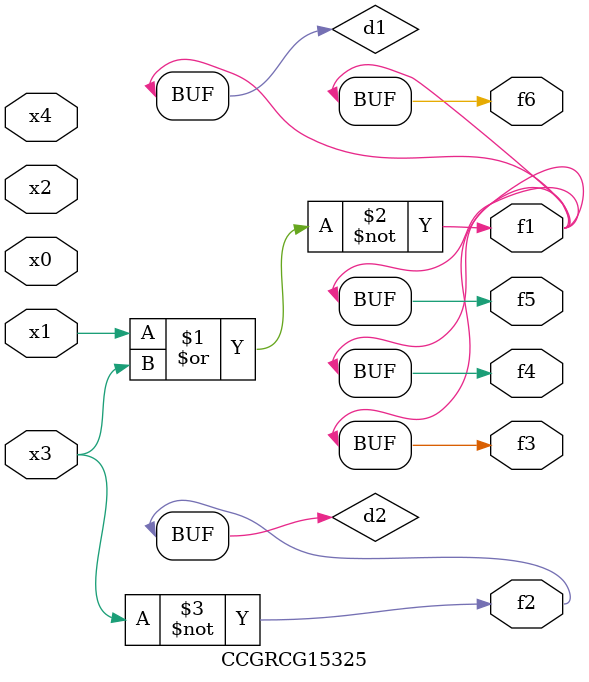
<source format=v>
module CCGRCG15325(
	input x0, x1, x2, x3, x4,
	output f1, f2, f3, f4, f5, f6
);

	wire d1, d2;

	nor (d1, x1, x3);
	not (d2, x3);
	assign f1 = d1;
	assign f2 = d2;
	assign f3 = d1;
	assign f4 = d1;
	assign f5 = d1;
	assign f6 = d1;
endmodule

</source>
